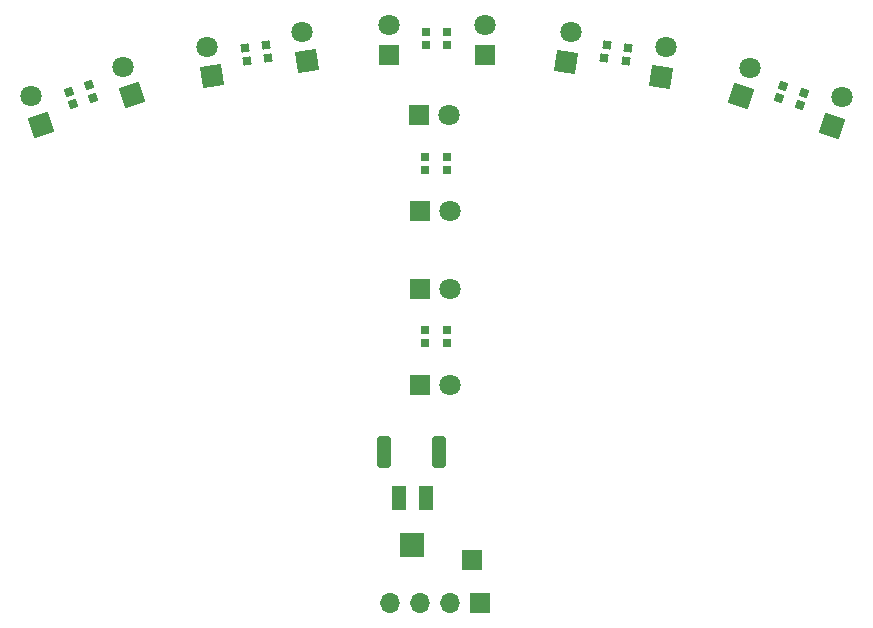
<source format=gbr>
%TF.GenerationSoftware,KiCad,Pcbnew,7.0.9*%
%TF.CreationDate,2024-12-17T15:03:35+09:00*%
%TF.ProjectId,line_side_robot2,6c696e65-5f73-4696-9465-5f726f626f74,rev?*%
%TF.SameCoordinates,Original*%
%TF.FileFunction,Soldermask,Top*%
%TF.FilePolarity,Negative*%
%FSLAX46Y46*%
G04 Gerber Fmt 4.6, Leading zero omitted, Abs format (unit mm)*
G04 Created by KiCad (PCBNEW 7.0.9) date 2024-12-17 15:03:35*
%MOMM*%
%LPD*%
G01*
G04 APERTURE LIST*
G04 Aperture macros list*
%AMRoundRect*
0 Rectangle with rounded corners*
0 $1 Rounding radius*
0 $2 $3 $4 $5 $6 $7 $8 $9 X,Y pos of 4 corners*
0 Add a 4 corners polygon primitive as box body*
4,1,4,$2,$3,$4,$5,$6,$7,$8,$9,$2,$3,0*
0 Add four circle primitives for the rounded corners*
1,1,$1+$1,$2,$3*
1,1,$1+$1,$4,$5*
1,1,$1+$1,$6,$7*
1,1,$1+$1,$8,$9*
0 Add four rect primitives between the rounded corners*
20,1,$1+$1,$2,$3,$4,$5,0*
20,1,$1+$1,$4,$5,$6,$7,0*
20,1,$1+$1,$6,$7,$8,$9,0*
20,1,$1+$1,$8,$9,$2,$3,0*%
%AMRotRect*
0 Rectangle, with rotation*
0 The origin of the aperture is its center*
0 $1 length*
0 $2 width*
0 $3 Rotation angle, in degrees counterclockwise*
0 Add horizontal line*
21,1,$1,$2,0,0,$3*%
G04 Aperture macros list end*
%ADD10R,1.700000X1.700000*%
%ADD11R,1.800000X1.800000*%
%ADD12C,1.800000*%
%ADD13RotRect,1.800000X1.800000X108.000000*%
%ADD14RotRect,0.700000X0.700000X351.000000*%
%ADD15RotRect,0.700000X0.700000X342.000000*%
%ADD16RotRect,1.800000X1.800000X99.000000*%
%ADD17O,1.700000X1.700000*%
%ADD18RotRect,0.700000X0.700000X9.000000*%
%ADD19RotRect,1.800000X1.800000X72.000000*%
%ADD20RoundRect,0.250000X0.362500X1.075000X-0.362500X1.075000X-0.362500X-1.075000X0.362500X-1.075000X0*%
%ADD21RotRect,0.700000X0.700000X18.000000*%
%ADD22R,1.300000X2.000000*%
%ADD23R,2.000000X2.000000*%
%ADD24R,0.700000X0.700000*%
%ADD25RotRect,1.800000X1.800000X81.000000*%
G04 APERTURE END LIST*
D10*
%TO.C,J2*%
X184280000Y-77420000D03*
%TD*%
D11*
%TO.C,Q12*%
X179810000Y-47875000D03*
D12*
X182350000Y-47875000D03*
%TD*%
D13*
%TO.C,Q1*%
X155464502Y-38024803D03*
D12*
X154679599Y-35609119D03*
%TD*%
D11*
%TO.C,Q11*%
X179810000Y-54410000D03*
D12*
X182350000Y-54410000D03*
%TD*%
D14*
%TO.C,D2*%
X195634431Y-33788168D03*
X195462353Y-34874625D03*
X197269823Y-35160900D03*
X197441901Y-34074443D03*
%TD*%
D11*
%TO.C,Q10*%
X179825000Y-62550000D03*
D12*
X182365000Y-62550000D03*
%TD*%
D11*
%TO.C,Q4*%
X179795000Y-39735000D03*
D12*
X182335000Y-39735000D03*
%TD*%
D11*
%TO.C,Q14*%
X185320000Y-34625000D03*
D12*
X185320000Y-32085000D03*
%TD*%
D15*
%TO.C,D1*%
X210596593Y-37249548D03*
X210256674Y-38295711D03*
X211997107Y-38861212D03*
X212337026Y-37815049D03*
%TD*%
D16*
%TO.C,Q6*%
X170258466Y-35150062D03*
D12*
X169861122Y-32641334D03*
%TD*%
D10*
%TO.C,J1*%
X184930000Y-81025000D03*
D17*
X182390000Y-81025000D03*
X179850000Y-81025000D03*
X177310000Y-81025000D03*
%TD*%
D18*
%TO.C,D4*%
X165015513Y-34041593D03*
X165187591Y-35128050D03*
X166995061Y-34841775D03*
X166822983Y-33755318D03*
%TD*%
D19*
%TO.C,Q7*%
X214764863Y-40617452D03*
D12*
X215549766Y-38201768D03*
%TD*%
D20*
%TO.C,R1*%
X181437500Y-68200000D03*
X176812500Y-68200000D03*
%TD*%
D13*
%TO.C,Q9*%
X147727537Y-40554467D03*
D12*
X146942634Y-38138783D03*
%TD*%
D21*
%TO.C,D6*%
X150112696Y-37750159D03*
X150452615Y-38796322D03*
X152193048Y-38230821D03*
X151853129Y-37184658D03*
%TD*%
D11*
%TO.C,Q13*%
X177180000Y-34640000D03*
D12*
X177180000Y-32100000D03*
%TD*%
D22*
%TO.C,RV1*%
X178050000Y-72150000D03*
D23*
X179200000Y-76150000D03*
D22*
X180350000Y-72150000D03*
%TD*%
D24*
%TO.C,D4*%
X180260000Y-43235000D03*
X180260000Y-44335000D03*
X182090000Y-44335000D03*
X182090000Y-43235000D03*
%TD*%
D25*
%TO.C,Q2*%
X200278240Y-36462546D03*
D12*
X200675584Y-33953818D03*
%TD*%
D25*
%TO.C,Q5*%
X192236110Y-35203984D03*
D12*
X192633454Y-32695256D03*
%TD*%
D19*
%TO.C,Q8*%
X207018628Y-38116320D03*
D12*
X207803531Y-35700636D03*
%TD*%
D24*
%TO.C,D5*%
X180275000Y-57910000D03*
X180275000Y-59010000D03*
X182105000Y-59010000D03*
X182105000Y-57910000D03*
%TD*%
%TO.C,D3*%
X180315000Y-32710000D03*
X180315000Y-33810000D03*
X182145000Y-33810000D03*
X182145000Y-32710000D03*
%TD*%
D16*
%TO.C,Q3*%
X162221029Y-36438254D03*
D12*
X161823685Y-33929526D03*
%TD*%
M02*

</source>
